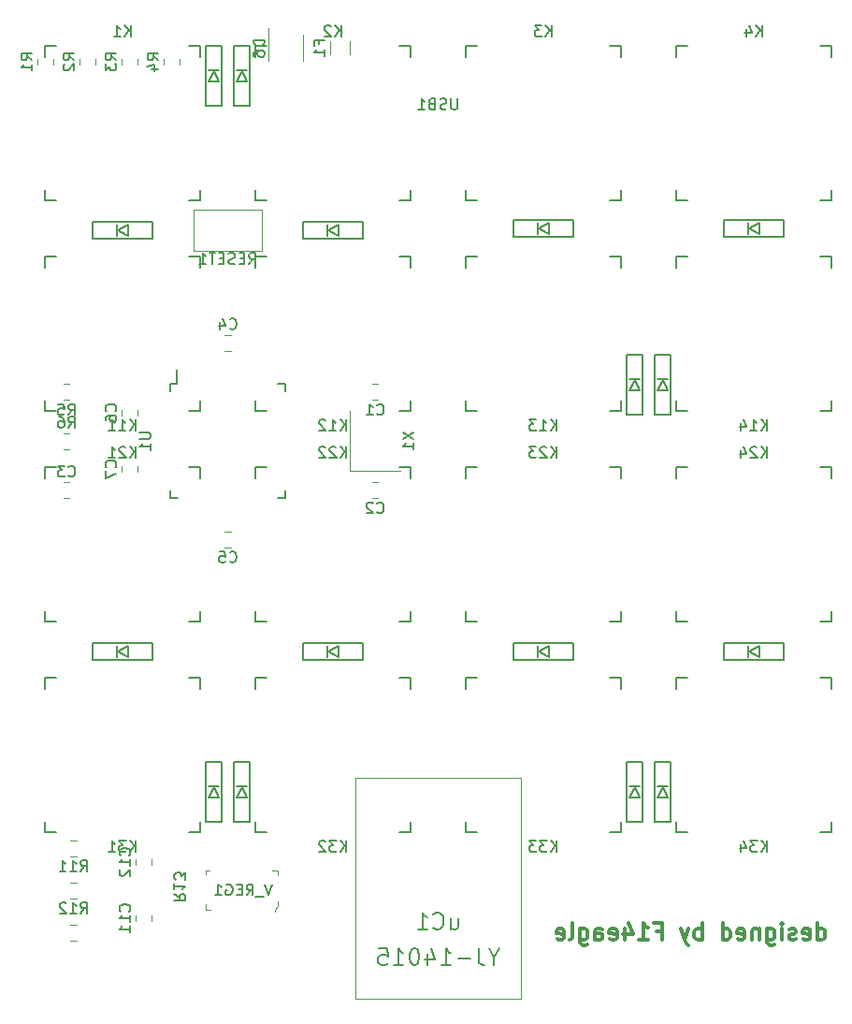
<source format=gbr>
G04 #@! TF.GenerationSoftware,KiCad,Pcbnew,(5.1.2)-2*
G04 #@! TF.CreationDate,2020-01-16T13:47:14+08:00*
G04 #@! TF.ProjectId,wingxx-receiver-v3,77696e67-7878-42d7-9265-636569766572,rev?*
G04 #@! TF.SameCoordinates,Original*
G04 #@! TF.FileFunction,Legend,Bot*
G04 #@! TF.FilePolarity,Positive*
%FSLAX46Y46*%
G04 Gerber Fmt 4.6, Leading zero omitted, Abs format (unit mm)*
G04 Created by KiCad (PCBNEW (5.1.2)-2) date 2020-01-16 13:47:14*
%MOMM*%
%LPD*%
G04 APERTURE LIST*
%ADD10C,0.300000*%
%ADD11C,0.150000*%
%ADD12C,0.120000*%
%ADD13C,0.100000*%
%ADD14C,0.152400*%
G04 APERTURE END LIST*
D10*
X148624285Y-142918571D02*
X148624285Y-141418571D01*
X148624285Y-142847142D02*
X148767142Y-142918571D01*
X149052857Y-142918571D01*
X149195714Y-142847142D01*
X149267142Y-142775714D01*
X149338571Y-142632857D01*
X149338571Y-142204285D01*
X149267142Y-142061428D01*
X149195714Y-141990000D01*
X149052857Y-141918571D01*
X148767142Y-141918571D01*
X148624285Y-141990000D01*
X147338571Y-142847142D02*
X147481428Y-142918571D01*
X147767142Y-142918571D01*
X147910000Y-142847142D01*
X147981428Y-142704285D01*
X147981428Y-142132857D01*
X147910000Y-141990000D01*
X147767142Y-141918571D01*
X147481428Y-141918571D01*
X147338571Y-141990000D01*
X147267142Y-142132857D01*
X147267142Y-142275714D01*
X147981428Y-142418571D01*
X146695714Y-142847142D02*
X146552857Y-142918571D01*
X146267142Y-142918571D01*
X146124285Y-142847142D01*
X146052857Y-142704285D01*
X146052857Y-142632857D01*
X146124285Y-142490000D01*
X146267142Y-142418571D01*
X146481428Y-142418571D01*
X146624285Y-142347142D01*
X146695714Y-142204285D01*
X146695714Y-142132857D01*
X146624285Y-141990000D01*
X146481428Y-141918571D01*
X146267142Y-141918571D01*
X146124285Y-141990000D01*
X145410000Y-142918571D02*
X145410000Y-141918571D01*
X145410000Y-141418571D02*
X145481428Y-141490000D01*
X145410000Y-141561428D01*
X145338571Y-141490000D01*
X145410000Y-141418571D01*
X145410000Y-141561428D01*
X144052857Y-141918571D02*
X144052857Y-143132857D01*
X144124285Y-143275714D01*
X144195714Y-143347142D01*
X144338571Y-143418571D01*
X144552857Y-143418571D01*
X144695714Y-143347142D01*
X144052857Y-142847142D02*
X144195714Y-142918571D01*
X144481428Y-142918571D01*
X144624285Y-142847142D01*
X144695714Y-142775714D01*
X144767142Y-142632857D01*
X144767142Y-142204285D01*
X144695714Y-142061428D01*
X144624285Y-141990000D01*
X144481428Y-141918571D01*
X144195714Y-141918571D01*
X144052857Y-141990000D01*
X143338571Y-141918571D02*
X143338571Y-142918571D01*
X143338571Y-142061428D02*
X143267142Y-141990000D01*
X143124285Y-141918571D01*
X142910000Y-141918571D01*
X142767142Y-141990000D01*
X142695714Y-142132857D01*
X142695714Y-142918571D01*
X141410000Y-142847142D02*
X141552857Y-142918571D01*
X141838571Y-142918571D01*
X141981428Y-142847142D01*
X142052857Y-142704285D01*
X142052857Y-142132857D01*
X141981428Y-141990000D01*
X141838571Y-141918571D01*
X141552857Y-141918571D01*
X141410000Y-141990000D01*
X141338571Y-142132857D01*
X141338571Y-142275714D01*
X142052857Y-142418571D01*
X140052857Y-142918571D02*
X140052857Y-141418571D01*
X140052857Y-142847142D02*
X140195714Y-142918571D01*
X140481428Y-142918571D01*
X140624285Y-142847142D01*
X140695714Y-142775714D01*
X140767142Y-142632857D01*
X140767142Y-142204285D01*
X140695714Y-142061428D01*
X140624285Y-141990000D01*
X140481428Y-141918571D01*
X140195714Y-141918571D01*
X140052857Y-141990000D01*
X138195714Y-142918571D02*
X138195714Y-141418571D01*
X138195714Y-141990000D02*
X138052857Y-141918571D01*
X137767142Y-141918571D01*
X137624285Y-141990000D01*
X137552857Y-142061428D01*
X137481428Y-142204285D01*
X137481428Y-142632857D01*
X137552857Y-142775714D01*
X137624285Y-142847142D01*
X137767142Y-142918571D01*
X138052857Y-142918571D01*
X138195714Y-142847142D01*
X136981428Y-141918571D02*
X136624285Y-142918571D01*
X136267142Y-141918571D02*
X136624285Y-142918571D01*
X136767142Y-143275714D01*
X136838571Y-143347142D01*
X136981428Y-143418571D01*
X134052857Y-142132857D02*
X134552857Y-142132857D01*
X134552857Y-142918571D02*
X134552857Y-141418571D01*
X133838571Y-141418571D01*
X132481428Y-142918571D02*
X133338571Y-142918571D01*
X132910000Y-142918571D02*
X132910000Y-141418571D01*
X133052857Y-141632857D01*
X133195714Y-141775714D01*
X133338571Y-141847142D01*
X131195714Y-141918571D02*
X131195714Y-142918571D01*
X131552857Y-141347142D02*
X131910000Y-142418571D01*
X130981428Y-142418571D01*
X129838571Y-142847142D02*
X129981428Y-142918571D01*
X130267142Y-142918571D01*
X130410000Y-142847142D01*
X130481428Y-142704285D01*
X130481428Y-142132857D01*
X130410000Y-141990000D01*
X130267142Y-141918571D01*
X129981428Y-141918571D01*
X129838571Y-141990000D01*
X129767142Y-142132857D01*
X129767142Y-142275714D01*
X130481428Y-142418571D01*
X128481428Y-142918571D02*
X128481428Y-142132857D01*
X128552857Y-141990000D01*
X128695714Y-141918571D01*
X128981428Y-141918571D01*
X129124285Y-141990000D01*
X128481428Y-142847142D02*
X128624285Y-142918571D01*
X128981428Y-142918571D01*
X129124285Y-142847142D01*
X129195714Y-142704285D01*
X129195714Y-142561428D01*
X129124285Y-142418571D01*
X128981428Y-142347142D01*
X128624285Y-142347142D01*
X128481428Y-142275714D01*
X127124285Y-141918571D02*
X127124285Y-143132857D01*
X127195714Y-143275714D01*
X127267142Y-143347142D01*
X127410000Y-143418571D01*
X127624285Y-143418571D01*
X127767142Y-143347142D01*
X127124285Y-142847142D02*
X127267142Y-142918571D01*
X127552857Y-142918571D01*
X127695714Y-142847142D01*
X127767142Y-142775714D01*
X127838571Y-142632857D01*
X127838571Y-142204285D01*
X127767142Y-142061428D01*
X127695714Y-141990000D01*
X127552857Y-141918571D01*
X127267142Y-141918571D01*
X127124285Y-141990000D01*
X126195714Y-142918571D02*
X126338571Y-142847142D01*
X126410000Y-142704285D01*
X126410000Y-141418571D01*
X125052857Y-142847142D02*
X125195714Y-142918571D01*
X125481428Y-142918571D01*
X125624285Y-142847142D01*
X125695714Y-142704285D01*
X125695714Y-142132857D01*
X125624285Y-141990000D01*
X125481428Y-141918571D01*
X125195714Y-141918571D01*
X125052857Y-141990000D01*
X124981428Y-142132857D01*
X124981428Y-142275714D01*
X125695714Y-142418571D01*
D11*
X133870000Y-132240000D02*
X135370000Y-132240000D01*
X133870000Y-126840000D02*
X133870000Y-132240000D01*
X135370000Y-126840000D02*
X133870000Y-126840000D01*
X135370000Y-132240000D02*
X135370000Y-126840000D01*
X134120000Y-130040000D02*
X134620000Y-129140000D01*
X135120000Y-130040000D02*
X134120000Y-130040000D01*
X134620000Y-129140000D02*
X135120000Y-130040000D01*
X135120000Y-129040000D02*
X134120000Y-129040000D01*
X131330000Y-132240000D02*
X132830000Y-132240000D01*
X131330000Y-126840000D02*
X131330000Y-132240000D01*
X132830000Y-126840000D02*
X131330000Y-126840000D01*
X132830000Y-132240000D02*
X132830000Y-126840000D01*
X131580000Y-130040000D02*
X132080000Y-129140000D01*
X132580000Y-130040000D02*
X131580000Y-130040000D01*
X132080000Y-129140000D02*
X132580000Y-130040000D01*
X132580000Y-129040000D02*
X131580000Y-129040000D01*
X95770000Y-132240000D02*
X97270000Y-132240000D01*
X95770000Y-126840000D02*
X95770000Y-132240000D01*
X97270000Y-126840000D02*
X95770000Y-126840000D01*
X97270000Y-132240000D02*
X97270000Y-126840000D01*
X96020000Y-130040000D02*
X96520000Y-129140000D01*
X97020000Y-130040000D02*
X96020000Y-130040000D01*
X96520000Y-129140000D02*
X97020000Y-130040000D01*
X97020000Y-129040000D02*
X96020000Y-129040000D01*
X93230000Y-132240000D02*
X94730000Y-132240000D01*
X93230000Y-126840000D02*
X93230000Y-132240000D01*
X94730000Y-126840000D02*
X93230000Y-126840000D01*
X94730000Y-132240000D02*
X94730000Y-126840000D01*
X93480000Y-130040000D02*
X93980000Y-129140000D01*
X94480000Y-130040000D02*
X93480000Y-130040000D01*
X93980000Y-129140000D02*
X94480000Y-130040000D01*
X94480000Y-129040000D02*
X93480000Y-129040000D01*
X145575000Y-117590000D02*
X145575000Y-116090000D01*
X140175000Y-117590000D02*
X145575000Y-117590000D01*
X140175000Y-116090000D02*
X140175000Y-117590000D01*
X145575000Y-116090000D02*
X140175000Y-116090000D01*
X143375000Y-117340000D02*
X142475000Y-116840000D01*
X143375000Y-116340000D02*
X143375000Y-117340000D01*
X142475000Y-116840000D02*
X143375000Y-116340000D01*
X142375000Y-116340000D02*
X142375000Y-117340000D01*
X126492000Y-117590000D02*
X126492000Y-116090000D01*
X121092000Y-117590000D02*
X126492000Y-117590000D01*
X121092000Y-116090000D02*
X121092000Y-117590000D01*
X126492000Y-116090000D02*
X121092000Y-116090000D01*
X124292000Y-117340000D02*
X123392000Y-116840000D01*
X124292000Y-116340000D02*
X124292000Y-117340000D01*
X123392000Y-116840000D02*
X124292000Y-116340000D01*
X123292000Y-116340000D02*
X123292000Y-117340000D01*
X107475000Y-117590000D02*
X107475000Y-116090000D01*
X102075000Y-117590000D02*
X107475000Y-117590000D01*
X102075000Y-116090000D02*
X102075000Y-117590000D01*
X107475000Y-116090000D02*
X102075000Y-116090000D01*
X105275000Y-117340000D02*
X104375000Y-116840000D01*
X105275000Y-116340000D02*
X105275000Y-117340000D01*
X104375000Y-116840000D02*
X105275000Y-116340000D01*
X104275000Y-116340000D02*
X104275000Y-117340000D01*
X88425000Y-117590000D02*
X88425000Y-116090000D01*
X83025000Y-117590000D02*
X88425000Y-117590000D01*
X83025000Y-116090000D02*
X83025000Y-117590000D01*
X88425000Y-116090000D02*
X83025000Y-116090000D01*
X86225000Y-117340000D02*
X85325000Y-116840000D01*
X86225000Y-116340000D02*
X86225000Y-117340000D01*
X85325000Y-116840000D02*
X86225000Y-116340000D01*
X85225000Y-116340000D02*
X85225000Y-117340000D01*
X133870000Y-95410000D02*
X135370000Y-95410000D01*
X133870000Y-90010000D02*
X133870000Y-95410000D01*
X135370000Y-90010000D02*
X133870000Y-90010000D01*
X135370000Y-95410000D02*
X135370000Y-90010000D01*
X134120000Y-93210000D02*
X134620000Y-92310000D01*
X135120000Y-93210000D02*
X134120000Y-93210000D01*
X134620000Y-92310000D02*
X135120000Y-93210000D01*
X135120000Y-92210000D02*
X134120000Y-92210000D01*
X131330000Y-95410000D02*
X132830000Y-95410000D01*
X131330000Y-90010000D02*
X131330000Y-95410000D01*
X132830000Y-90010000D02*
X131330000Y-90010000D01*
X132830000Y-95410000D02*
X132830000Y-90010000D01*
X131580000Y-93210000D02*
X132080000Y-92310000D01*
X132580000Y-93210000D02*
X131580000Y-93210000D01*
X132080000Y-92310000D02*
X132580000Y-93210000D01*
X132580000Y-92210000D02*
X131580000Y-92210000D01*
X107475000Y-79490000D02*
X107475000Y-77990000D01*
X102075000Y-79490000D02*
X107475000Y-79490000D01*
X102075000Y-77990000D02*
X102075000Y-79490000D01*
X107475000Y-77990000D02*
X102075000Y-77990000D01*
X105275000Y-79240000D02*
X104375000Y-78740000D01*
X105275000Y-78240000D02*
X105275000Y-79240000D01*
X104375000Y-78740000D02*
X105275000Y-78240000D01*
X104275000Y-78240000D02*
X104275000Y-79240000D01*
X88425000Y-79490000D02*
X88425000Y-77990000D01*
X83025000Y-79490000D02*
X88425000Y-79490000D01*
X83025000Y-77990000D02*
X83025000Y-79490000D01*
X88425000Y-77990000D02*
X83025000Y-77990000D01*
X86225000Y-79240000D02*
X85325000Y-78740000D01*
X86225000Y-78240000D02*
X86225000Y-79240000D01*
X85325000Y-78740000D02*
X86225000Y-78240000D01*
X85225000Y-78240000D02*
X85225000Y-79240000D01*
X145575000Y-79331200D02*
X145575000Y-77831200D01*
X140175000Y-79331200D02*
X145575000Y-79331200D01*
X140175000Y-77831200D02*
X140175000Y-79331200D01*
X145575000Y-77831200D02*
X140175000Y-77831200D01*
X143375000Y-79081200D02*
X142475000Y-78581200D01*
X143375000Y-78081200D02*
X143375000Y-79081200D01*
X142475000Y-78581200D02*
X143375000Y-78081200D01*
X142375000Y-78081200D02*
X142375000Y-79081200D01*
X126525000Y-79331200D02*
X126525000Y-77831200D01*
X121125000Y-79331200D02*
X126525000Y-79331200D01*
X121125000Y-77831200D02*
X121125000Y-79331200D01*
X126525000Y-77831200D02*
X121125000Y-77831200D01*
X124325000Y-79081200D02*
X123425000Y-78581200D01*
X124325000Y-78081200D02*
X124325000Y-79081200D01*
X123425000Y-78581200D02*
X124325000Y-78081200D01*
X123325000Y-78081200D02*
X123325000Y-79081200D01*
X95770000Y-67470000D02*
X97270000Y-67470000D01*
X95770000Y-62070000D02*
X95770000Y-67470000D01*
X97270000Y-62070000D02*
X95770000Y-62070000D01*
X97270000Y-67470000D02*
X97270000Y-62070000D01*
X96020000Y-65270000D02*
X96520000Y-64370000D01*
X97020000Y-65270000D02*
X96020000Y-65270000D01*
X96520000Y-64370000D02*
X97020000Y-65270000D01*
X97020000Y-64270000D02*
X96020000Y-64270000D01*
X93230000Y-67470000D02*
X94730000Y-67470000D01*
X93230000Y-62070000D02*
X93230000Y-67470000D01*
X94730000Y-62070000D02*
X93230000Y-62070000D01*
X94730000Y-67470000D02*
X94730000Y-62070000D01*
X93480000Y-65270000D02*
X93980000Y-64370000D01*
X94480000Y-65270000D02*
X93480000Y-65270000D01*
X93980000Y-64370000D02*
X94480000Y-65270000D01*
X94480000Y-64270000D02*
X93480000Y-64270000D01*
D12*
X92190000Y-76890000D02*
X92190000Y-80590000D01*
X98310000Y-76890000D02*
X92190000Y-76890000D01*
X98310000Y-80590000D02*
X98310000Y-76890000D01*
X92190000Y-80590000D02*
X98310000Y-80590000D01*
X106335000Y-100490000D02*
X106335000Y-95090000D01*
X110835000Y-100490000D02*
X106335000Y-100490000D01*
X106320000Y-61627936D02*
X106320000Y-62832064D01*
X104500000Y-61627936D02*
X104500000Y-62832064D01*
X80906252Y-98500000D02*
X80383748Y-98500000D01*
X80906252Y-97080000D02*
X80383748Y-97080000D01*
X80383748Y-92635000D02*
X80906252Y-92635000D01*
X80383748Y-94055000D02*
X80906252Y-94055000D01*
X90880000Y-63238748D02*
X90880000Y-63761252D01*
X89460000Y-63238748D02*
X89460000Y-63761252D01*
X87070000Y-63238748D02*
X87070000Y-63761252D01*
X85650000Y-63238748D02*
X85650000Y-63761252D01*
X83260000Y-63238748D02*
X83260000Y-63761252D01*
X81840000Y-63238748D02*
X81840000Y-63761252D01*
X79450000Y-63238748D02*
X79450000Y-63761252D01*
X78030000Y-63238748D02*
X78030000Y-63761252D01*
X88340000Y-135628748D02*
X88340000Y-136151252D01*
X86920000Y-135628748D02*
X86920000Y-136151252D01*
X88340000Y-140708748D02*
X88340000Y-141231252D01*
X86920000Y-140708748D02*
X86920000Y-141231252D01*
X87070000Y-100068748D02*
X87070000Y-100591252D01*
X85650000Y-100068748D02*
X85650000Y-100591252D01*
X87070000Y-94988748D02*
X87070000Y-95511252D01*
X85650000Y-94988748D02*
X85650000Y-95511252D01*
X94988748Y-105970000D02*
X95511252Y-105970000D01*
X94988748Y-107390000D02*
X95511252Y-107390000D01*
X95511252Y-89610000D02*
X94988748Y-89610000D01*
X95511252Y-88190000D02*
X94988748Y-88190000D01*
X80906252Y-102945000D02*
X80383748Y-102945000D01*
X80906252Y-101525000D02*
X80383748Y-101525000D01*
X108323748Y-101525000D02*
X108846252Y-101525000D01*
X108323748Y-102945000D02*
X108846252Y-102945000D01*
X108323748Y-92635000D02*
X108846252Y-92635000D01*
X108323748Y-94055000D02*
X108846252Y-94055000D01*
D11*
X90650000Y-92615000D02*
X90650000Y-91340000D01*
X90075000Y-102965000D02*
X90075000Y-102290000D01*
X100425000Y-102965000D02*
X100425000Y-102290000D01*
X100425000Y-92615000D02*
X100425000Y-93290000D01*
X90075000Y-92615000D02*
X90075000Y-93290000D01*
X100425000Y-92615000D02*
X99750000Y-92615000D01*
X100425000Y-102965000D02*
X99750000Y-102965000D01*
X90075000Y-102965000D02*
X90750000Y-102965000D01*
X90075000Y-92615000D02*
X90650000Y-92615000D01*
D12*
X98950000Y-63430000D02*
X98950000Y-60480000D01*
X102050000Y-61030000D02*
X102050000Y-63430000D01*
D13*
X106801920Y-148269960D02*
X106801920Y-128270000D01*
X121798080Y-148269960D02*
X106801920Y-148269960D01*
X121798080Y-128270000D02*
X121798080Y-148269960D01*
X106801920Y-128270000D02*
X121798080Y-128270000D01*
X93245000Y-136655000D02*
X93245000Y-136955000D01*
X93620000Y-136655000D02*
X93245000Y-136655000D01*
X99795000Y-136655000D02*
X99795000Y-137055000D01*
X99295000Y-136655000D02*
X99795000Y-136655000D01*
X93245000Y-140205000D02*
X93695000Y-140205000D01*
X93245000Y-139730000D02*
X93245000Y-140205000D01*
X99495000Y-140205000D02*
X99495000Y-140400000D01*
X99795000Y-139880000D02*
X99495000Y-140205000D01*
X99795000Y-139405000D02*
X99795000Y-139880000D01*
D12*
X81018748Y-141530000D02*
X81541252Y-141530000D01*
X81018748Y-142950000D02*
X81541252Y-142950000D01*
X81018748Y-137720000D02*
X81541252Y-137720000D01*
X81018748Y-139140000D02*
X81541252Y-139140000D01*
X81018748Y-133910000D02*
X81541252Y-133910000D01*
X81018748Y-135330000D02*
X81541252Y-135330000D01*
D11*
X149875000Y-119206000D02*
X149875000Y-120206000D01*
X148875000Y-119206000D02*
X149875000Y-119206000D01*
X149875000Y-133206000D02*
X148875000Y-133206000D01*
X149875000Y-132206000D02*
X149875000Y-133206000D01*
X135875000Y-133206000D02*
X135875000Y-132206000D01*
X136875000Y-133206000D02*
X135875000Y-133206000D01*
X135875000Y-119206000D02*
X136875000Y-119206000D01*
X135875000Y-120206000D02*
X135875000Y-119206000D01*
X130825000Y-119206000D02*
X130825000Y-120206000D01*
X129825000Y-119206000D02*
X130825000Y-119206000D01*
X130825000Y-133206000D02*
X129825000Y-133206000D01*
X130825000Y-132206000D02*
X130825000Y-133206000D01*
X116825000Y-133206000D02*
X116825000Y-132206000D01*
X117825000Y-133206000D02*
X116825000Y-133206000D01*
X116825000Y-119206000D02*
X117825000Y-119206000D01*
X116825000Y-120206000D02*
X116825000Y-119206000D01*
X111775000Y-119206000D02*
X111775000Y-120206000D01*
X110775000Y-119206000D02*
X111775000Y-119206000D01*
X111775000Y-133206000D02*
X110775000Y-133206000D01*
X111775000Y-132206000D02*
X111775000Y-133206000D01*
X97775000Y-133206000D02*
X97775000Y-132206000D01*
X98775000Y-133206000D02*
X97775000Y-133206000D01*
X97775000Y-119206000D02*
X98775000Y-119206000D01*
X97775000Y-120206000D02*
X97775000Y-119206000D01*
X92725000Y-119206000D02*
X92725000Y-120206000D01*
X91725000Y-119206000D02*
X92725000Y-119206000D01*
X92725000Y-133206000D02*
X91725000Y-133206000D01*
X92725000Y-132206000D02*
X92725000Y-133206000D01*
X78725000Y-133206000D02*
X78725000Y-132206000D01*
X79725000Y-133206000D02*
X78725000Y-133206000D01*
X78725000Y-119206000D02*
X79725000Y-119206000D01*
X78725000Y-120206000D02*
X78725000Y-119206000D01*
X135875000Y-114156000D02*
X135875000Y-113156000D01*
X136875000Y-114156000D02*
X135875000Y-114156000D01*
X135875000Y-100156000D02*
X136875000Y-100156000D01*
X135875000Y-101156000D02*
X135875000Y-100156000D01*
X149875000Y-100156000D02*
X149875000Y-101156000D01*
X148875000Y-100156000D02*
X149875000Y-100156000D01*
X149875000Y-114156000D02*
X148875000Y-114156000D01*
X149875000Y-113156000D02*
X149875000Y-114156000D01*
X116825000Y-114156000D02*
X116825000Y-113156000D01*
X117825000Y-114156000D02*
X116825000Y-114156000D01*
X116825000Y-100156000D02*
X117825000Y-100156000D01*
X116825000Y-101156000D02*
X116825000Y-100156000D01*
X130825000Y-100156000D02*
X130825000Y-101156000D01*
X129825000Y-100156000D02*
X130825000Y-100156000D01*
X130825000Y-114156000D02*
X129825000Y-114156000D01*
X130825000Y-113156000D02*
X130825000Y-114156000D01*
X97775000Y-114156000D02*
X97775000Y-113156000D01*
X98775000Y-114156000D02*
X97775000Y-114156000D01*
X97775000Y-100156000D02*
X98775000Y-100156000D01*
X97775000Y-101156000D02*
X97775000Y-100156000D01*
X111775000Y-100156000D02*
X111775000Y-101156000D01*
X110775000Y-100156000D02*
X111775000Y-100156000D01*
X111775000Y-114156000D02*
X110775000Y-114156000D01*
X111775000Y-113156000D02*
X111775000Y-114156000D01*
X78725000Y-114156000D02*
X78725000Y-113156000D01*
X79725000Y-114156000D02*
X78725000Y-114156000D01*
X78725000Y-100156000D02*
X79725000Y-100156000D01*
X78725000Y-101156000D02*
X78725000Y-100156000D01*
X92725000Y-100156000D02*
X92725000Y-101156000D01*
X91725000Y-100156000D02*
X92725000Y-100156000D01*
X92725000Y-114156000D02*
X91725000Y-114156000D01*
X92725000Y-113156000D02*
X92725000Y-114156000D01*
X149875000Y-81106200D02*
X149875000Y-82106200D01*
X148875000Y-81106200D02*
X149875000Y-81106200D01*
X149875000Y-95106200D02*
X148875000Y-95106200D01*
X149875000Y-94106200D02*
X149875000Y-95106200D01*
X135875000Y-95106200D02*
X135875000Y-94106200D01*
X136875000Y-95106200D02*
X135875000Y-95106200D01*
X135875000Y-81106200D02*
X136875000Y-81106200D01*
X135875000Y-82106200D02*
X135875000Y-81106200D01*
X130825000Y-81106200D02*
X130825000Y-82106200D01*
X129825000Y-81106200D02*
X130825000Y-81106200D01*
X130825000Y-95106200D02*
X129825000Y-95106200D01*
X130825000Y-94106200D02*
X130825000Y-95106200D01*
X116825000Y-95106200D02*
X116825000Y-94106200D01*
X117825000Y-95106200D02*
X116825000Y-95106200D01*
X116825000Y-81106200D02*
X117825000Y-81106200D01*
X116825000Y-82106200D02*
X116825000Y-81106200D01*
X111775000Y-81106200D02*
X111775000Y-82106200D01*
X110775000Y-81106200D02*
X111775000Y-81106200D01*
X111775000Y-95106200D02*
X110775000Y-95106200D01*
X111775000Y-94106200D02*
X111775000Y-95106200D01*
X97775000Y-95106200D02*
X97775000Y-94106200D01*
X98775000Y-95106200D02*
X97775000Y-95106200D01*
X97775000Y-81106200D02*
X98775000Y-81106200D01*
X97775000Y-82106200D02*
X97775000Y-81106200D01*
X92725000Y-81106200D02*
X92725000Y-82106200D01*
X91725000Y-81106200D02*
X92725000Y-81106200D01*
X92725000Y-95106200D02*
X91725000Y-95106200D01*
X92725000Y-94106200D02*
X92725000Y-95106200D01*
X78725000Y-95106200D02*
X78725000Y-94106200D01*
X79725000Y-95106200D02*
X78725000Y-95106200D01*
X78725000Y-81106200D02*
X79725000Y-81106200D01*
X78725000Y-82106200D02*
X78725000Y-81106200D01*
X135875000Y-76056200D02*
X135875000Y-75056200D01*
X136875000Y-76056200D02*
X135875000Y-76056200D01*
X135875000Y-62056200D02*
X136875000Y-62056200D01*
X135875000Y-63056200D02*
X135875000Y-62056200D01*
X149875000Y-62056200D02*
X149875000Y-63056200D01*
X148875000Y-62056200D02*
X149875000Y-62056200D01*
X149875000Y-76056200D02*
X148875000Y-76056200D01*
X149875000Y-75056200D02*
X149875000Y-76056200D01*
X116825000Y-76056200D02*
X116825000Y-75056200D01*
X117825000Y-76056200D02*
X116825000Y-76056200D01*
X116825000Y-62056200D02*
X117825000Y-62056200D01*
X116825000Y-63056200D02*
X116825000Y-62056200D01*
X130825000Y-62056200D02*
X130825000Y-63056200D01*
X129825000Y-62056200D02*
X130825000Y-62056200D01*
X130825000Y-76056200D02*
X129825000Y-76056200D01*
X130825000Y-75056200D02*
X130825000Y-76056200D01*
X97775000Y-76056200D02*
X97775000Y-75056200D01*
X98775000Y-76056200D02*
X97775000Y-76056200D01*
X97775000Y-62056200D02*
X98775000Y-62056200D01*
X97775000Y-63056200D02*
X97775000Y-62056200D01*
X111775000Y-62056200D02*
X111775000Y-63056200D01*
X110775000Y-62056200D02*
X111775000Y-62056200D01*
X111775000Y-76056200D02*
X110775000Y-76056200D01*
X111775000Y-75056200D02*
X111775000Y-76056200D01*
X78725000Y-76056200D02*
X78725000Y-75056200D01*
X79725000Y-76056200D02*
X78725000Y-76056200D01*
X78725000Y-62056200D02*
X79725000Y-62056200D01*
X78725000Y-63056200D02*
X78725000Y-62056200D01*
X92725000Y-62056200D02*
X92725000Y-63056200D01*
X91725000Y-62056200D02*
X92725000Y-62056200D01*
X92725000Y-76056200D02*
X91725000Y-76056200D01*
X92725000Y-75056200D02*
X92725000Y-76056200D01*
X97178571Y-81792380D02*
X97511904Y-81316190D01*
X97750000Y-81792380D02*
X97750000Y-80792380D01*
X97369047Y-80792380D01*
X97273809Y-80840000D01*
X97226190Y-80887619D01*
X97178571Y-80982857D01*
X97178571Y-81125714D01*
X97226190Y-81220952D01*
X97273809Y-81268571D01*
X97369047Y-81316190D01*
X97750000Y-81316190D01*
X96750000Y-81268571D02*
X96416666Y-81268571D01*
X96273809Y-81792380D02*
X96750000Y-81792380D01*
X96750000Y-80792380D01*
X96273809Y-80792380D01*
X95892857Y-81744761D02*
X95750000Y-81792380D01*
X95511904Y-81792380D01*
X95416666Y-81744761D01*
X95369047Y-81697142D01*
X95321428Y-81601904D01*
X95321428Y-81506666D01*
X95369047Y-81411428D01*
X95416666Y-81363809D01*
X95511904Y-81316190D01*
X95702380Y-81268571D01*
X95797619Y-81220952D01*
X95845238Y-81173333D01*
X95892857Y-81078095D01*
X95892857Y-80982857D01*
X95845238Y-80887619D01*
X95797619Y-80840000D01*
X95702380Y-80792380D01*
X95464285Y-80792380D01*
X95321428Y-80840000D01*
X94892857Y-81268571D02*
X94559523Y-81268571D01*
X94416666Y-81792380D02*
X94892857Y-81792380D01*
X94892857Y-80792380D01*
X94416666Y-80792380D01*
X94130952Y-80792380D02*
X93559523Y-80792380D01*
X93845238Y-81792380D02*
X93845238Y-80792380D01*
X92702380Y-81792380D02*
X93273809Y-81792380D01*
X92988095Y-81792380D02*
X92988095Y-80792380D01*
X93083333Y-80935238D01*
X93178571Y-81030476D01*
X93273809Y-81078095D01*
X111087380Y-96980476D02*
X112087380Y-97647142D01*
X111087380Y-97647142D02*
X112087380Y-96980476D01*
X112087380Y-98551904D02*
X112087380Y-97980476D01*
X112087380Y-98266190D02*
X111087380Y-98266190D01*
X111230238Y-98170952D01*
X111325476Y-98075714D01*
X111373095Y-97980476D01*
X103518571Y-61896666D02*
X103518571Y-61563333D01*
X104042380Y-61563333D02*
X103042380Y-61563333D01*
X103042380Y-62039523D01*
X104042380Y-62944285D02*
X104042380Y-62372857D01*
X104042380Y-62658571D02*
X103042380Y-62658571D01*
X103185238Y-62563333D01*
X103280476Y-62468095D01*
X103328095Y-62372857D01*
X80811666Y-96592380D02*
X81145000Y-96116190D01*
X81383095Y-96592380D02*
X81383095Y-95592380D01*
X81002142Y-95592380D01*
X80906904Y-95640000D01*
X80859285Y-95687619D01*
X80811666Y-95782857D01*
X80811666Y-95925714D01*
X80859285Y-96020952D01*
X80906904Y-96068571D01*
X81002142Y-96116190D01*
X81383095Y-96116190D01*
X79954523Y-95592380D02*
X80145000Y-95592380D01*
X80240238Y-95640000D01*
X80287857Y-95687619D01*
X80383095Y-95830476D01*
X80430714Y-96020952D01*
X80430714Y-96401904D01*
X80383095Y-96497142D01*
X80335476Y-96544761D01*
X80240238Y-96592380D01*
X80049761Y-96592380D01*
X79954523Y-96544761D01*
X79906904Y-96497142D01*
X79859285Y-96401904D01*
X79859285Y-96163809D01*
X79906904Y-96068571D01*
X79954523Y-96020952D01*
X80049761Y-95973333D01*
X80240238Y-95973333D01*
X80335476Y-96020952D01*
X80383095Y-96068571D01*
X80430714Y-96163809D01*
X80811666Y-95447380D02*
X81145000Y-94971190D01*
X81383095Y-95447380D02*
X81383095Y-94447380D01*
X81002142Y-94447380D01*
X80906904Y-94495000D01*
X80859285Y-94542619D01*
X80811666Y-94637857D01*
X80811666Y-94780714D01*
X80859285Y-94875952D01*
X80906904Y-94923571D01*
X81002142Y-94971190D01*
X81383095Y-94971190D01*
X79906904Y-94447380D02*
X80383095Y-94447380D01*
X80430714Y-94923571D01*
X80383095Y-94875952D01*
X80287857Y-94828333D01*
X80049761Y-94828333D01*
X79954523Y-94875952D01*
X79906904Y-94923571D01*
X79859285Y-95018809D01*
X79859285Y-95256904D01*
X79906904Y-95352142D01*
X79954523Y-95399761D01*
X80049761Y-95447380D01*
X80287857Y-95447380D01*
X80383095Y-95399761D01*
X80430714Y-95352142D01*
X88972380Y-63333333D02*
X88496190Y-63000000D01*
X88972380Y-62761904D02*
X87972380Y-62761904D01*
X87972380Y-63142857D01*
X88020000Y-63238095D01*
X88067619Y-63285714D01*
X88162857Y-63333333D01*
X88305714Y-63333333D01*
X88400952Y-63285714D01*
X88448571Y-63238095D01*
X88496190Y-63142857D01*
X88496190Y-62761904D01*
X88305714Y-64190476D02*
X88972380Y-64190476D01*
X87924761Y-63952380D02*
X88639047Y-63714285D01*
X88639047Y-64333333D01*
X85162380Y-63333333D02*
X84686190Y-63000000D01*
X85162380Y-62761904D02*
X84162380Y-62761904D01*
X84162380Y-63142857D01*
X84210000Y-63238095D01*
X84257619Y-63285714D01*
X84352857Y-63333333D01*
X84495714Y-63333333D01*
X84590952Y-63285714D01*
X84638571Y-63238095D01*
X84686190Y-63142857D01*
X84686190Y-62761904D01*
X84162380Y-63666666D02*
X84162380Y-64285714D01*
X84543333Y-63952380D01*
X84543333Y-64095238D01*
X84590952Y-64190476D01*
X84638571Y-64238095D01*
X84733809Y-64285714D01*
X84971904Y-64285714D01*
X85067142Y-64238095D01*
X85114761Y-64190476D01*
X85162380Y-64095238D01*
X85162380Y-63809523D01*
X85114761Y-63714285D01*
X85067142Y-63666666D01*
X81352380Y-63333333D02*
X80876190Y-63000000D01*
X81352380Y-62761904D02*
X80352380Y-62761904D01*
X80352380Y-63142857D01*
X80400000Y-63238095D01*
X80447619Y-63285714D01*
X80542857Y-63333333D01*
X80685714Y-63333333D01*
X80780952Y-63285714D01*
X80828571Y-63238095D01*
X80876190Y-63142857D01*
X80876190Y-62761904D01*
X80447619Y-63714285D02*
X80400000Y-63761904D01*
X80352380Y-63857142D01*
X80352380Y-64095238D01*
X80400000Y-64190476D01*
X80447619Y-64238095D01*
X80542857Y-64285714D01*
X80638095Y-64285714D01*
X80780952Y-64238095D01*
X81352380Y-63666666D01*
X81352380Y-64285714D01*
X77542380Y-63333333D02*
X77066190Y-63000000D01*
X77542380Y-62761904D02*
X76542380Y-62761904D01*
X76542380Y-63142857D01*
X76590000Y-63238095D01*
X76637619Y-63285714D01*
X76732857Y-63333333D01*
X76875714Y-63333333D01*
X76970952Y-63285714D01*
X77018571Y-63238095D01*
X77066190Y-63142857D01*
X77066190Y-62761904D01*
X77542380Y-64285714D02*
X77542380Y-63714285D01*
X77542380Y-64000000D02*
X76542380Y-64000000D01*
X76685238Y-63904761D01*
X76780476Y-63809523D01*
X76828095Y-63714285D01*
X86337142Y-135247142D02*
X86384761Y-135199523D01*
X86432380Y-135056666D01*
X86432380Y-134961428D01*
X86384761Y-134818571D01*
X86289523Y-134723333D01*
X86194285Y-134675714D01*
X86003809Y-134628095D01*
X85860952Y-134628095D01*
X85670476Y-134675714D01*
X85575238Y-134723333D01*
X85480000Y-134818571D01*
X85432380Y-134961428D01*
X85432380Y-135056666D01*
X85480000Y-135199523D01*
X85527619Y-135247142D01*
X86432380Y-136199523D02*
X86432380Y-135628095D01*
X86432380Y-135913809D02*
X85432380Y-135913809D01*
X85575238Y-135818571D01*
X85670476Y-135723333D01*
X85718095Y-135628095D01*
X85527619Y-136580476D02*
X85480000Y-136628095D01*
X85432380Y-136723333D01*
X85432380Y-136961428D01*
X85480000Y-137056666D01*
X85527619Y-137104285D01*
X85622857Y-137151904D01*
X85718095Y-137151904D01*
X85860952Y-137104285D01*
X86432380Y-136532857D01*
X86432380Y-137151904D01*
X86337142Y-140327142D02*
X86384761Y-140279523D01*
X86432380Y-140136666D01*
X86432380Y-140041428D01*
X86384761Y-139898571D01*
X86289523Y-139803333D01*
X86194285Y-139755714D01*
X86003809Y-139708095D01*
X85860952Y-139708095D01*
X85670476Y-139755714D01*
X85575238Y-139803333D01*
X85480000Y-139898571D01*
X85432380Y-140041428D01*
X85432380Y-140136666D01*
X85480000Y-140279523D01*
X85527619Y-140327142D01*
X86432380Y-141279523D02*
X86432380Y-140708095D01*
X86432380Y-140993809D02*
X85432380Y-140993809D01*
X85575238Y-140898571D01*
X85670476Y-140803333D01*
X85718095Y-140708095D01*
X86432380Y-142231904D02*
X86432380Y-141660476D01*
X86432380Y-141946190D02*
X85432380Y-141946190D01*
X85575238Y-141850952D01*
X85670476Y-141755714D01*
X85718095Y-141660476D01*
X85067142Y-100163333D02*
X85114761Y-100115714D01*
X85162380Y-99972857D01*
X85162380Y-99877619D01*
X85114761Y-99734761D01*
X85019523Y-99639523D01*
X84924285Y-99591904D01*
X84733809Y-99544285D01*
X84590952Y-99544285D01*
X84400476Y-99591904D01*
X84305238Y-99639523D01*
X84210000Y-99734761D01*
X84162380Y-99877619D01*
X84162380Y-99972857D01*
X84210000Y-100115714D01*
X84257619Y-100163333D01*
X84162380Y-100496666D02*
X84162380Y-101163333D01*
X85162380Y-100734761D01*
X85067142Y-95083333D02*
X85114761Y-95035714D01*
X85162380Y-94892857D01*
X85162380Y-94797619D01*
X85114761Y-94654761D01*
X85019523Y-94559523D01*
X84924285Y-94511904D01*
X84733809Y-94464285D01*
X84590952Y-94464285D01*
X84400476Y-94511904D01*
X84305238Y-94559523D01*
X84210000Y-94654761D01*
X84162380Y-94797619D01*
X84162380Y-94892857D01*
X84210000Y-95035714D01*
X84257619Y-95083333D01*
X84162380Y-95940476D02*
X84162380Y-95750000D01*
X84210000Y-95654761D01*
X84257619Y-95607142D01*
X84400476Y-95511904D01*
X84590952Y-95464285D01*
X84971904Y-95464285D01*
X85067142Y-95511904D01*
X85114761Y-95559523D01*
X85162380Y-95654761D01*
X85162380Y-95845238D01*
X85114761Y-95940476D01*
X85067142Y-95988095D01*
X84971904Y-96035714D01*
X84733809Y-96035714D01*
X84638571Y-95988095D01*
X84590952Y-95940476D01*
X84543333Y-95845238D01*
X84543333Y-95654761D01*
X84590952Y-95559523D01*
X84638571Y-95511904D01*
X84733809Y-95464285D01*
X95416666Y-108687142D02*
X95464285Y-108734761D01*
X95607142Y-108782380D01*
X95702380Y-108782380D01*
X95845238Y-108734761D01*
X95940476Y-108639523D01*
X95988095Y-108544285D01*
X96035714Y-108353809D01*
X96035714Y-108210952D01*
X95988095Y-108020476D01*
X95940476Y-107925238D01*
X95845238Y-107830000D01*
X95702380Y-107782380D01*
X95607142Y-107782380D01*
X95464285Y-107830000D01*
X95416666Y-107877619D01*
X94511904Y-107782380D02*
X94988095Y-107782380D01*
X95035714Y-108258571D01*
X94988095Y-108210952D01*
X94892857Y-108163333D01*
X94654761Y-108163333D01*
X94559523Y-108210952D01*
X94511904Y-108258571D01*
X94464285Y-108353809D01*
X94464285Y-108591904D01*
X94511904Y-108687142D01*
X94559523Y-108734761D01*
X94654761Y-108782380D01*
X94892857Y-108782380D01*
X94988095Y-108734761D01*
X95035714Y-108687142D01*
X95416666Y-87607142D02*
X95464285Y-87654761D01*
X95607142Y-87702380D01*
X95702380Y-87702380D01*
X95845238Y-87654761D01*
X95940476Y-87559523D01*
X95988095Y-87464285D01*
X96035714Y-87273809D01*
X96035714Y-87130952D01*
X95988095Y-86940476D01*
X95940476Y-86845238D01*
X95845238Y-86750000D01*
X95702380Y-86702380D01*
X95607142Y-86702380D01*
X95464285Y-86750000D01*
X95416666Y-86797619D01*
X94559523Y-87035714D02*
X94559523Y-87702380D01*
X94797619Y-86654761D02*
X95035714Y-87369047D01*
X94416666Y-87369047D01*
X80811666Y-100942142D02*
X80859285Y-100989761D01*
X81002142Y-101037380D01*
X81097380Y-101037380D01*
X81240238Y-100989761D01*
X81335476Y-100894523D01*
X81383095Y-100799285D01*
X81430714Y-100608809D01*
X81430714Y-100465952D01*
X81383095Y-100275476D01*
X81335476Y-100180238D01*
X81240238Y-100085000D01*
X81097380Y-100037380D01*
X81002142Y-100037380D01*
X80859285Y-100085000D01*
X80811666Y-100132619D01*
X80478333Y-100037380D02*
X79859285Y-100037380D01*
X80192619Y-100418333D01*
X80049761Y-100418333D01*
X79954523Y-100465952D01*
X79906904Y-100513571D01*
X79859285Y-100608809D01*
X79859285Y-100846904D01*
X79906904Y-100942142D01*
X79954523Y-100989761D01*
X80049761Y-101037380D01*
X80335476Y-101037380D01*
X80430714Y-100989761D01*
X80478333Y-100942142D01*
X108751666Y-104242142D02*
X108799285Y-104289761D01*
X108942142Y-104337380D01*
X109037380Y-104337380D01*
X109180238Y-104289761D01*
X109275476Y-104194523D01*
X109323095Y-104099285D01*
X109370714Y-103908809D01*
X109370714Y-103765952D01*
X109323095Y-103575476D01*
X109275476Y-103480238D01*
X109180238Y-103385000D01*
X109037380Y-103337380D01*
X108942142Y-103337380D01*
X108799285Y-103385000D01*
X108751666Y-103432619D01*
X108370714Y-103432619D02*
X108323095Y-103385000D01*
X108227857Y-103337380D01*
X107989761Y-103337380D01*
X107894523Y-103385000D01*
X107846904Y-103432619D01*
X107799285Y-103527857D01*
X107799285Y-103623095D01*
X107846904Y-103765952D01*
X108418333Y-104337380D01*
X107799285Y-104337380D01*
X108751666Y-95352142D02*
X108799285Y-95399761D01*
X108942142Y-95447380D01*
X109037380Y-95447380D01*
X109180238Y-95399761D01*
X109275476Y-95304523D01*
X109323095Y-95209285D01*
X109370714Y-95018809D01*
X109370714Y-94875952D01*
X109323095Y-94685476D01*
X109275476Y-94590238D01*
X109180238Y-94495000D01*
X109037380Y-94447380D01*
X108942142Y-94447380D01*
X108799285Y-94495000D01*
X108751666Y-94542619D01*
X107799285Y-95447380D02*
X108370714Y-95447380D01*
X108085000Y-95447380D02*
X108085000Y-94447380D01*
X108180238Y-94590238D01*
X108275476Y-94685476D01*
X108370714Y-94733095D01*
X87252380Y-97028095D02*
X88061904Y-97028095D01*
X88157142Y-97075714D01*
X88204761Y-97123333D01*
X88252380Y-97218571D01*
X88252380Y-97409047D01*
X88204761Y-97504285D01*
X88157142Y-97551904D01*
X88061904Y-97599523D01*
X87252380Y-97599523D01*
X88252380Y-98599523D02*
X88252380Y-98028095D01*
X88252380Y-98313809D02*
X87252380Y-98313809D01*
X87395238Y-98218571D01*
X87490476Y-98123333D01*
X87538095Y-98028095D01*
X98572380Y-61511904D02*
X97572380Y-61511904D01*
X97572380Y-61750000D01*
X97620000Y-61892857D01*
X97715238Y-61988095D01*
X97810476Y-62035714D01*
X98000952Y-62083333D01*
X98143809Y-62083333D01*
X98334285Y-62035714D01*
X98429523Y-61988095D01*
X98524761Y-61892857D01*
X98572380Y-61750000D01*
X98572380Y-61511904D01*
X97572380Y-62940476D02*
X97572380Y-62750000D01*
X97620000Y-62654761D01*
X97667619Y-62607142D01*
X97810476Y-62511904D01*
X98000952Y-62464285D01*
X98381904Y-62464285D01*
X98477142Y-62511904D01*
X98524761Y-62559523D01*
X98572380Y-62654761D01*
X98572380Y-62845238D01*
X98524761Y-62940476D01*
X98477142Y-62988095D01*
X98381904Y-63035714D01*
X98143809Y-63035714D01*
X98048571Y-62988095D01*
X98000952Y-62940476D01*
X97953333Y-62845238D01*
X97953333Y-62654761D01*
X98000952Y-62559523D01*
X98048571Y-62511904D01*
X98143809Y-62464285D01*
D14*
X115442857Y-140948571D02*
X115442857Y-141948571D01*
X116085714Y-140948571D02*
X116085714Y-141734285D01*
X116014285Y-141877142D01*
X115871428Y-141948571D01*
X115657142Y-141948571D01*
X115514285Y-141877142D01*
X115442857Y-141805714D01*
X113871428Y-141805714D02*
X113942857Y-141877142D01*
X114157142Y-141948571D01*
X114300000Y-141948571D01*
X114514285Y-141877142D01*
X114657142Y-141734285D01*
X114728571Y-141591428D01*
X114800000Y-141305714D01*
X114800000Y-141091428D01*
X114728571Y-140805714D01*
X114657142Y-140662857D01*
X114514285Y-140520000D01*
X114300000Y-140448571D01*
X114157142Y-140448571D01*
X113942857Y-140520000D01*
X113871428Y-140591428D01*
X112442857Y-141948571D02*
X113300000Y-141948571D01*
X112871428Y-141948571D02*
X112871428Y-140448571D01*
X113014285Y-140662857D01*
X113157142Y-140805714D01*
X113300000Y-140877142D01*
X119371428Y-144490285D02*
X119371428Y-145204571D01*
X119871428Y-143704571D02*
X119371428Y-144490285D01*
X118871428Y-143704571D01*
X117942857Y-143704571D02*
X117942857Y-144776000D01*
X118014285Y-144990285D01*
X118157142Y-145133142D01*
X118371428Y-145204571D01*
X118514285Y-145204571D01*
X117228571Y-144633142D02*
X116085714Y-144633142D01*
X114585714Y-145204571D02*
X115442857Y-145204571D01*
X115014285Y-145204571D02*
X115014285Y-143704571D01*
X115157142Y-143918857D01*
X115300000Y-144061714D01*
X115442857Y-144133142D01*
X113300000Y-144204571D02*
X113300000Y-145204571D01*
X113657142Y-143633142D02*
X114014285Y-144704571D01*
X113085714Y-144704571D01*
X112228571Y-143704571D02*
X112085714Y-143704571D01*
X111942857Y-143776000D01*
X111871428Y-143847428D01*
X111800000Y-143990285D01*
X111728571Y-144276000D01*
X111728571Y-144633142D01*
X111800000Y-144918857D01*
X111871428Y-145061714D01*
X111942857Y-145133142D01*
X112085714Y-145204571D01*
X112228571Y-145204571D01*
X112371428Y-145133142D01*
X112442857Y-145061714D01*
X112514285Y-144918857D01*
X112585714Y-144633142D01*
X112585714Y-144276000D01*
X112514285Y-143990285D01*
X112442857Y-143847428D01*
X112371428Y-143776000D01*
X112228571Y-143704571D01*
X110300000Y-145204571D02*
X111157142Y-145204571D01*
X110728571Y-145204571D02*
X110728571Y-143704571D01*
X110871428Y-143918857D01*
X111014285Y-144061714D01*
X111157142Y-144133142D01*
X108942857Y-143704571D02*
X109657142Y-143704571D01*
X109728571Y-144418857D01*
X109657142Y-144347428D01*
X109514285Y-144276000D01*
X109157142Y-144276000D01*
X109014285Y-144347428D01*
X108942857Y-144418857D01*
X108871428Y-144561714D01*
X108871428Y-144918857D01*
X108942857Y-145061714D01*
X109014285Y-145133142D01*
X109157142Y-145204571D01*
X109514285Y-145204571D01*
X109657142Y-145133142D01*
X109728571Y-145061714D01*
D11*
X116038095Y-66802380D02*
X116038095Y-67611904D01*
X115990476Y-67707142D01*
X115942857Y-67754761D01*
X115847619Y-67802380D01*
X115657142Y-67802380D01*
X115561904Y-67754761D01*
X115514285Y-67707142D01*
X115466666Y-67611904D01*
X115466666Y-66802380D01*
X115038095Y-67754761D02*
X114895238Y-67802380D01*
X114657142Y-67802380D01*
X114561904Y-67754761D01*
X114514285Y-67707142D01*
X114466666Y-67611904D01*
X114466666Y-67516666D01*
X114514285Y-67421428D01*
X114561904Y-67373809D01*
X114657142Y-67326190D01*
X114847619Y-67278571D01*
X114942857Y-67230952D01*
X114990476Y-67183333D01*
X115038095Y-67088095D01*
X115038095Y-66992857D01*
X114990476Y-66897619D01*
X114942857Y-66850000D01*
X114847619Y-66802380D01*
X114609523Y-66802380D01*
X114466666Y-66850000D01*
X113704761Y-67278571D02*
X113561904Y-67326190D01*
X113514285Y-67373809D01*
X113466666Y-67469047D01*
X113466666Y-67611904D01*
X113514285Y-67707142D01*
X113561904Y-67754761D01*
X113657142Y-67802380D01*
X114038095Y-67802380D01*
X114038095Y-66802380D01*
X113704761Y-66802380D01*
X113609523Y-66850000D01*
X113561904Y-66897619D01*
X113514285Y-66992857D01*
X113514285Y-67088095D01*
X113561904Y-67183333D01*
X113609523Y-67230952D01*
X113704761Y-67278571D01*
X114038095Y-67278571D01*
X112514285Y-67802380D02*
X113085714Y-67802380D01*
X112800000Y-67802380D02*
X112800000Y-66802380D01*
X112895238Y-66945238D01*
X112990476Y-67040476D01*
X113085714Y-67088095D01*
X99289857Y-137882380D02*
X98956523Y-138882380D01*
X98623190Y-137882380D01*
X98527952Y-138977619D02*
X97766047Y-138977619D01*
X96956523Y-138882380D02*
X97289857Y-138406190D01*
X97527952Y-138882380D02*
X97527952Y-137882380D01*
X97147000Y-137882380D01*
X97051761Y-137930000D01*
X97004142Y-137977619D01*
X96956523Y-138072857D01*
X96956523Y-138215714D01*
X97004142Y-138310952D01*
X97051761Y-138358571D01*
X97147000Y-138406190D01*
X97527952Y-138406190D01*
X96527952Y-138358571D02*
X96194619Y-138358571D01*
X96051761Y-138882380D02*
X96527952Y-138882380D01*
X96527952Y-137882380D01*
X96051761Y-137882380D01*
X95099380Y-137930000D02*
X95194619Y-137882380D01*
X95337476Y-137882380D01*
X95480333Y-137930000D01*
X95575571Y-138025238D01*
X95623190Y-138120476D01*
X95670809Y-138310952D01*
X95670809Y-138453809D01*
X95623190Y-138644285D01*
X95575571Y-138739523D01*
X95480333Y-138834761D01*
X95337476Y-138882380D01*
X95242238Y-138882380D01*
X95099380Y-138834761D01*
X95051761Y-138787142D01*
X95051761Y-138453809D01*
X95242238Y-138453809D01*
X94099380Y-138882380D02*
X94670809Y-138882380D01*
X94385095Y-138882380D02*
X94385095Y-137882380D01*
X94480333Y-138025238D01*
X94575571Y-138120476D01*
X94670809Y-138168095D01*
X90415119Y-138755357D02*
X90891309Y-139088690D01*
X90415119Y-139326785D02*
X91415119Y-139326785D01*
X91415119Y-138945833D01*
X91367500Y-138850595D01*
X91319880Y-138802976D01*
X91224642Y-138755357D01*
X91081785Y-138755357D01*
X90986547Y-138802976D01*
X90938928Y-138850595D01*
X90891309Y-138945833D01*
X90891309Y-139326785D01*
X90415119Y-137802976D02*
X90415119Y-138374404D01*
X90415119Y-138088690D02*
X91415119Y-138088690D01*
X91272261Y-138183928D01*
X91177023Y-138279166D01*
X91129404Y-138374404D01*
X91415119Y-137469642D02*
X91415119Y-136850595D01*
X91034166Y-137183928D01*
X91034166Y-137041071D01*
X90986547Y-136945833D01*
X90938928Y-136898214D01*
X90843690Y-136850595D01*
X90605595Y-136850595D01*
X90510357Y-136898214D01*
X90462738Y-136945833D01*
X90415119Y-137041071D01*
X90415119Y-137326785D01*
X90462738Y-137422023D01*
X90510357Y-137469642D01*
X81922857Y-140532380D02*
X82256190Y-140056190D01*
X82494285Y-140532380D02*
X82494285Y-139532380D01*
X82113333Y-139532380D01*
X82018095Y-139580000D01*
X81970476Y-139627619D01*
X81922857Y-139722857D01*
X81922857Y-139865714D01*
X81970476Y-139960952D01*
X82018095Y-140008571D01*
X82113333Y-140056190D01*
X82494285Y-140056190D01*
X80970476Y-140532380D02*
X81541904Y-140532380D01*
X81256190Y-140532380D02*
X81256190Y-139532380D01*
X81351428Y-139675238D01*
X81446666Y-139770476D01*
X81541904Y-139818095D01*
X80589523Y-139627619D02*
X80541904Y-139580000D01*
X80446666Y-139532380D01*
X80208571Y-139532380D01*
X80113333Y-139580000D01*
X80065714Y-139627619D01*
X80018095Y-139722857D01*
X80018095Y-139818095D01*
X80065714Y-139960952D01*
X80637142Y-140532380D01*
X80018095Y-140532380D01*
X81922857Y-136722380D02*
X82256190Y-136246190D01*
X82494285Y-136722380D02*
X82494285Y-135722380D01*
X82113333Y-135722380D01*
X82018095Y-135770000D01*
X81970476Y-135817619D01*
X81922857Y-135912857D01*
X81922857Y-136055714D01*
X81970476Y-136150952D01*
X82018095Y-136198571D01*
X82113333Y-136246190D01*
X82494285Y-136246190D01*
X80970476Y-136722380D02*
X81541904Y-136722380D01*
X81256190Y-136722380D02*
X81256190Y-135722380D01*
X81351428Y-135865238D01*
X81446666Y-135960476D01*
X81541904Y-136008095D01*
X80018095Y-136722380D02*
X80589523Y-136722380D01*
X80303809Y-136722380D02*
X80303809Y-135722380D01*
X80399047Y-135865238D01*
X80494285Y-135960476D01*
X80589523Y-136008095D01*
X144089285Y-134958380D02*
X144089285Y-133958380D01*
X143517857Y-134958380D02*
X143946428Y-134386952D01*
X143517857Y-133958380D02*
X144089285Y-134529809D01*
X143184523Y-133958380D02*
X142565476Y-133958380D01*
X142898809Y-134339333D01*
X142755952Y-134339333D01*
X142660714Y-134386952D01*
X142613095Y-134434571D01*
X142565476Y-134529809D01*
X142565476Y-134767904D01*
X142613095Y-134863142D01*
X142660714Y-134910761D01*
X142755952Y-134958380D01*
X143041666Y-134958380D01*
X143136904Y-134910761D01*
X143184523Y-134863142D01*
X141708333Y-134291714D02*
X141708333Y-134958380D01*
X141946428Y-133910761D02*
X142184523Y-134625047D01*
X141565476Y-134625047D01*
X125039285Y-134958380D02*
X125039285Y-133958380D01*
X124467857Y-134958380D02*
X124896428Y-134386952D01*
X124467857Y-133958380D02*
X125039285Y-134529809D01*
X124134523Y-133958380D02*
X123515476Y-133958380D01*
X123848809Y-134339333D01*
X123705952Y-134339333D01*
X123610714Y-134386952D01*
X123563095Y-134434571D01*
X123515476Y-134529809D01*
X123515476Y-134767904D01*
X123563095Y-134863142D01*
X123610714Y-134910761D01*
X123705952Y-134958380D01*
X123991666Y-134958380D01*
X124086904Y-134910761D01*
X124134523Y-134863142D01*
X123182142Y-133958380D02*
X122563095Y-133958380D01*
X122896428Y-134339333D01*
X122753571Y-134339333D01*
X122658333Y-134386952D01*
X122610714Y-134434571D01*
X122563095Y-134529809D01*
X122563095Y-134767904D01*
X122610714Y-134863142D01*
X122658333Y-134910761D01*
X122753571Y-134958380D01*
X123039285Y-134958380D01*
X123134523Y-134910761D01*
X123182142Y-134863142D01*
X105989285Y-134958380D02*
X105989285Y-133958380D01*
X105417857Y-134958380D02*
X105846428Y-134386952D01*
X105417857Y-133958380D02*
X105989285Y-134529809D01*
X105084523Y-133958380D02*
X104465476Y-133958380D01*
X104798809Y-134339333D01*
X104655952Y-134339333D01*
X104560714Y-134386952D01*
X104513095Y-134434571D01*
X104465476Y-134529809D01*
X104465476Y-134767904D01*
X104513095Y-134863142D01*
X104560714Y-134910761D01*
X104655952Y-134958380D01*
X104941666Y-134958380D01*
X105036904Y-134910761D01*
X105084523Y-134863142D01*
X104084523Y-134053619D02*
X104036904Y-134006000D01*
X103941666Y-133958380D01*
X103703571Y-133958380D01*
X103608333Y-134006000D01*
X103560714Y-134053619D01*
X103513095Y-134148857D01*
X103513095Y-134244095D01*
X103560714Y-134386952D01*
X104132142Y-134958380D01*
X103513095Y-134958380D01*
X86939285Y-134958380D02*
X86939285Y-133958380D01*
X86367857Y-134958380D02*
X86796428Y-134386952D01*
X86367857Y-133958380D02*
X86939285Y-134529809D01*
X86034523Y-133958380D02*
X85415476Y-133958380D01*
X85748809Y-134339333D01*
X85605952Y-134339333D01*
X85510714Y-134386952D01*
X85463095Y-134434571D01*
X85415476Y-134529809D01*
X85415476Y-134767904D01*
X85463095Y-134863142D01*
X85510714Y-134910761D01*
X85605952Y-134958380D01*
X85891666Y-134958380D01*
X85986904Y-134910761D01*
X86034523Y-134863142D01*
X84463095Y-134958380D02*
X85034523Y-134958380D01*
X84748809Y-134958380D02*
X84748809Y-133958380D01*
X84844047Y-134101238D01*
X84939285Y-134196476D01*
X85034523Y-134244095D01*
X144089285Y-99308380D02*
X144089285Y-98308380D01*
X143517857Y-99308380D02*
X143946428Y-98736952D01*
X143517857Y-98308380D02*
X144089285Y-98879809D01*
X143136904Y-98403619D02*
X143089285Y-98356000D01*
X142994047Y-98308380D01*
X142755952Y-98308380D01*
X142660714Y-98356000D01*
X142613095Y-98403619D01*
X142565476Y-98498857D01*
X142565476Y-98594095D01*
X142613095Y-98736952D01*
X143184523Y-99308380D01*
X142565476Y-99308380D01*
X141708333Y-98641714D02*
X141708333Y-99308380D01*
X141946428Y-98260761D02*
X142184523Y-98975047D01*
X141565476Y-98975047D01*
X125039285Y-99308380D02*
X125039285Y-98308380D01*
X124467857Y-99308380D02*
X124896428Y-98736952D01*
X124467857Y-98308380D02*
X125039285Y-98879809D01*
X124086904Y-98403619D02*
X124039285Y-98356000D01*
X123944047Y-98308380D01*
X123705952Y-98308380D01*
X123610714Y-98356000D01*
X123563095Y-98403619D01*
X123515476Y-98498857D01*
X123515476Y-98594095D01*
X123563095Y-98736952D01*
X124134523Y-99308380D01*
X123515476Y-99308380D01*
X123182142Y-98308380D02*
X122563095Y-98308380D01*
X122896428Y-98689333D01*
X122753571Y-98689333D01*
X122658333Y-98736952D01*
X122610714Y-98784571D01*
X122563095Y-98879809D01*
X122563095Y-99117904D01*
X122610714Y-99213142D01*
X122658333Y-99260761D01*
X122753571Y-99308380D01*
X123039285Y-99308380D01*
X123134523Y-99260761D01*
X123182142Y-99213142D01*
X105989285Y-99308380D02*
X105989285Y-98308380D01*
X105417857Y-99308380D02*
X105846428Y-98736952D01*
X105417857Y-98308380D02*
X105989285Y-98879809D01*
X105036904Y-98403619D02*
X104989285Y-98356000D01*
X104894047Y-98308380D01*
X104655952Y-98308380D01*
X104560714Y-98356000D01*
X104513095Y-98403619D01*
X104465476Y-98498857D01*
X104465476Y-98594095D01*
X104513095Y-98736952D01*
X105084523Y-99308380D01*
X104465476Y-99308380D01*
X104084523Y-98403619D02*
X104036904Y-98356000D01*
X103941666Y-98308380D01*
X103703571Y-98308380D01*
X103608333Y-98356000D01*
X103560714Y-98403619D01*
X103513095Y-98498857D01*
X103513095Y-98594095D01*
X103560714Y-98736952D01*
X104132142Y-99308380D01*
X103513095Y-99308380D01*
X86939285Y-99308380D02*
X86939285Y-98308380D01*
X86367857Y-99308380D02*
X86796428Y-98736952D01*
X86367857Y-98308380D02*
X86939285Y-98879809D01*
X85986904Y-98403619D02*
X85939285Y-98356000D01*
X85844047Y-98308380D01*
X85605952Y-98308380D01*
X85510714Y-98356000D01*
X85463095Y-98403619D01*
X85415476Y-98498857D01*
X85415476Y-98594095D01*
X85463095Y-98736952D01*
X86034523Y-99308380D01*
X85415476Y-99308380D01*
X84463095Y-99308380D02*
X85034523Y-99308380D01*
X84748809Y-99308380D02*
X84748809Y-98308380D01*
X84844047Y-98451238D01*
X84939285Y-98546476D01*
X85034523Y-98594095D01*
X144089285Y-96858580D02*
X144089285Y-95858580D01*
X143517857Y-96858580D02*
X143946428Y-96287152D01*
X143517857Y-95858580D02*
X144089285Y-96430009D01*
X142565476Y-96858580D02*
X143136904Y-96858580D01*
X142851190Y-96858580D02*
X142851190Y-95858580D01*
X142946428Y-96001438D01*
X143041666Y-96096676D01*
X143136904Y-96144295D01*
X141708333Y-96191914D02*
X141708333Y-96858580D01*
X141946428Y-95810961D02*
X142184523Y-96525247D01*
X141565476Y-96525247D01*
X125039285Y-96858580D02*
X125039285Y-95858580D01*
X124467857Y-96858580D02*
X124896428Y-96287152D01*
X124467857Y-95858580D02*
X125039285Y-96430009D01*
X123515476Y-96858580D02*
X124086904Y-96858580D01*
X123801190Y-96858580D02*
X123801190Y-95858580D01*
X123896428Y-96001438D01*
X123991666Y-96096676D01*
X124086904Y-96144295D01*
X123182142Y-95858580D02*
X122563095Y-95858580D01*
X122896428Y-96239533D01*
X122753571Y-96239533D01*
X122658333Y-96287152D01*
X122610714Y-96334771D01*
X122563095Y-96430009D01*
X122563095Y-96668104D01*
X122610714Y-96763342D01*
X122658333Y-96810961D01*
X122753571Y-96858580D01*
X123039285Y-96858580D01*
X123134523Y-96810961D01*
X123182142Y-96763342D01*
X105989285Y-96858580D02*
X105989285Y-95858580D01*
X105417857Y-96858580D02*
X105846428Y-96287152D01*
X105417857Y-95858580D02*
X105989285Y-96430009D01*
X104465476Y-96858580D02*
X105036904Y-96858580D01*
X104751190Y-96858580D02*
X104751190Y-95858580D01*
X104846428Y-96001438D01*
X104941666Y-96096676D01*
X105036904Y-96144295D01*
X104084523Y-95953819D02*
X104036904Y-95906200D01*
X103941666Y-95858580D01*
X103703571Y-95858580D01*
X103608333Y-95906200D01*
X103560714Y-95953819D01*
X103513095Y-96049057D01*
X103513095Y-96144295D01*
X103560714Y-96287152D01*
X104132142Y-96858580D01*
X103513095Y-96858580D01*
X86939285Y-96858580D02*
X86939285Y-95858580D01*
X86367857Y-96858580D02*
X86796428Y-96287152D01*
X86367857Y-95858580D02*
X86939285Y-96430009D01*
X85415476Y-96858580D02*
X85986904Y-96858580D01*
X85701190Y-96858580D02*
X85701190Y-95858580D01*
X85796428Y-96001438D01*
X85891666Y-96096676D01*
X85986904Y-96144295D01*
X84463095Y-96858580D02*
X85034523Y-96858580D01*
X84748809Y-96858580D02*
X84748809Y-95858580D01*
X84844047Y-96001438D01*
X84939285Y-96096676D01*
X85034523Y-96144295D01*
X143613095Y-61208580D02*
X143613095Y-60208580D01*
X143041666Y-61208580D02*
X143470238Y-60637152D01*
X143041666Y-60208580D02*
X143613095Y-60780009D01*
X142184523Y-60541914D02*
X142184523Y-61208580D01*
X142422619Y-60160961D02*
X142660714Y-60875247D01*
X142041666Y-60875247D01*
X124563095Y-61208580D02*
X124563095Y-60208580D01*
X123991666Y-61208580D02*
X124420238Y-60637152D01*
X123991666Y-60208580D02*
X124563095Y-60780009D01*
X123658333Y-60208580D02*
X123039285Y-60208580D01*
X123372619Y-60589533D01*
X123229761Y-60589533D01*
X123134523Y-60637152D01*
X123086904Y-60684771D01*
X123039285Y-60780009D01*
X123039285Y-61018104D01*
X123086904Y-61113342D01*
X123134523Y-61160961D01*
X123229761Y-61208580D01*
X123515476Y-61208580D01*
X123610714Y-61160961D01*
X123658333Y-61113342D01*
X105513095Y-61208580D02*
X105513095Y-60208580D01*
X104941666Y-61208580D02*
X105370238Y-60637152D01*
X104941666Y-60208580D02*
X105513095Y-60780009D01*
X104560714Y-60303819D02*
X104513095Y-60256200D01*
X104417857Y-60208580D01*
X104179761Y-60208580D01*
X104084523Y-60256200D01*
X104036904Y-60303819D01*
X103989285Y-60399057D01*
X103989285Y-60494295D01*
X104036904Y-60637152D01*
X104608333Y-61208580D01*
X103989285Y-61208580D01*
X86463095Y-61208580D02*
X86463095Y-60208580D01*
X85891666Y-61208580D02*
X86320238Y-60637152D01*
X85891666Y-60208580D02*
X86463095Y-60780009D01*
X84939285Y-61208580D02*
X85510714Y-61208580D01*
X85225000Y-61208580D02*
X85225000Y-60208580D01*
X85320238Y-60351438D01*
X85415476Y-60446676D01*
X85510714Y-60494295D01*
M02*

</source>
